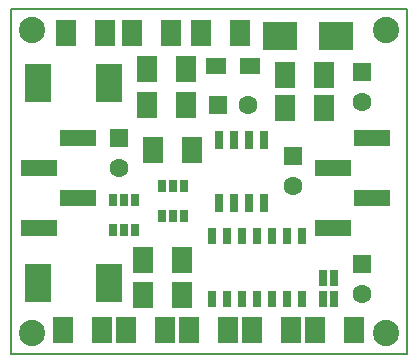
<source format=gts>
G04 (created by PCBNEW (2013-03-10 BZR 3992)-stable) date 3/16/2013 6:13:18 PM*
%MOIN*%
G04 Gerber Fmt 3.4, Leading zero omitted, Abs format*
%FSLAX34Y34*%
G01*
G70*
G90*
G04 APERTURE LIST*
%ADD10C,0.000393701*%
%ADD11C,0.006*%
%ADD12R,0.031474X0.062974*%
%ADD13R,0.027874X0.052874*%
%ADD14R,0.067874X0.087874*%
%ADD15R,0.062874X0.062874*%
%ADD16C,0.062874*%
%ADD17R,0.0314961X0.0551181*%
%ADD18R,0.066874X0.055074*%
%ADD19R,0.086574X0.125974*%
%ADD20R,0.124409X0.057874*%
%ADD21R,0.11811X0.0944882*%
%ADD22C,0.087874*%
%ADD23R,0.0295276X0.0393701*%
G04 APERTURE END LIST*
G54D10*
G54D11*
X0Y11500D02*
X13200Y11500D01*
X0Y0D02*
X13200Y0D01*
X13200Y11500D02*
X13200Y0D01*
X0Y0D02*
X0Y11500D01*
G54D12*
X6950Y7150D03*
X6950Y5050D03*
X7450Y7150D03*
X7950Y7150D03*
X8450Y7150D03*
X7450Y5050D03*
X7950Y5050D03*
X8450Y5050D03*
G54D13*
X6703Y1855D03*
X7203Y1855D03*
X7703Y1855D03*
X8203Y1855D03*
X8703Y1855D03*
X9203Y1855D03*
X9703Y1855D03*
X9703Y3955D03*
X9203Y3955D03*
X8703Y3955D03*
X8203Y3955D03*
X7703Y3955D03*
X7203Y3955D03*
X6703Y3955D03*
G54D14*
X4750Y6800D03*
X6050Y6800D03*
X1750Y800D03*
X3050Y800D03*
X3850Y800D03*
X5150Y800D03*
X4404Y1971D03*
X5704Y1971D03*
X9350Y800D03*
X8050Y800D03*
X4404Y3152D03*
X5704Y3152D03*
X7250Y800D03*
X5950Y800D03*
X10150Y800D03*
X11450Y800D03*
X10450Y8200D03*
X9150Y8200D03*
X10450Y9300D03*
X9150Y9300D03*
X3150Y10700D03*
X1850Y10700D03*
X7650Y10700D03*
X6350Y10700D03*
X5850Y8300D03*
X4550Y8300D03*
X4550Y9500D03*
X5850Y9500D03*
X4050Y10700D03*
X5350Y10700D03*
G54D15*
X3600Y7200D03*
G54D16*
X3600Y6200D03*
G54D15*
X9400Y6600D03*
G54D16*
X9400Y5600D03*
G54D15*
X11700Y9400D03*
G54D16*
X11700Y8400D03*
G54D15*
X11700Y3000D03*
G54D16*
X11700Y2000D03*
G54D15*
X6900Y8300D03*
G54D16*
X7900Y8300D03*
G54D17*
X10787Y1845D03*
X10787Y2554D03*
X10412Y2554D03*
X10412Y1845D03*
G54D18*
X6830Y9600D03*
X7970Y9600D03*
G54D19*
X3282Y9058D03*
X920Y9058D03*
X3282Y2365D03*
X920Y2365D03*
G54D20*
X954Y4200D03*
X2245Y5200D03*
X2245Y7200D03*
X954Y6200D03*
X10754Y4200D03*
X12045Y5200D03*
X12045Y7200D03*
X10754Y6200D03*
G54D21*
X10844Y10600D03*
X8955Y10600D03*
G54D22*
X700Y700D03*
X700Y10800D03*
X12500Y700D03*
X12500Y10800D03*
G54D23*
X3400Y5150D03*
X3775Y5150D03*
X4150Y5150D03*
X4150Y4150D03*
X3775Y4150D03*
X3400Y4150D03*
X5775Y4600D03*
X5400Y4600D03*
X5025Y4600D03*
X5025Y5600D03*
X5400Y5600D03*
X5775Y5600D03*
M02*

</source>
